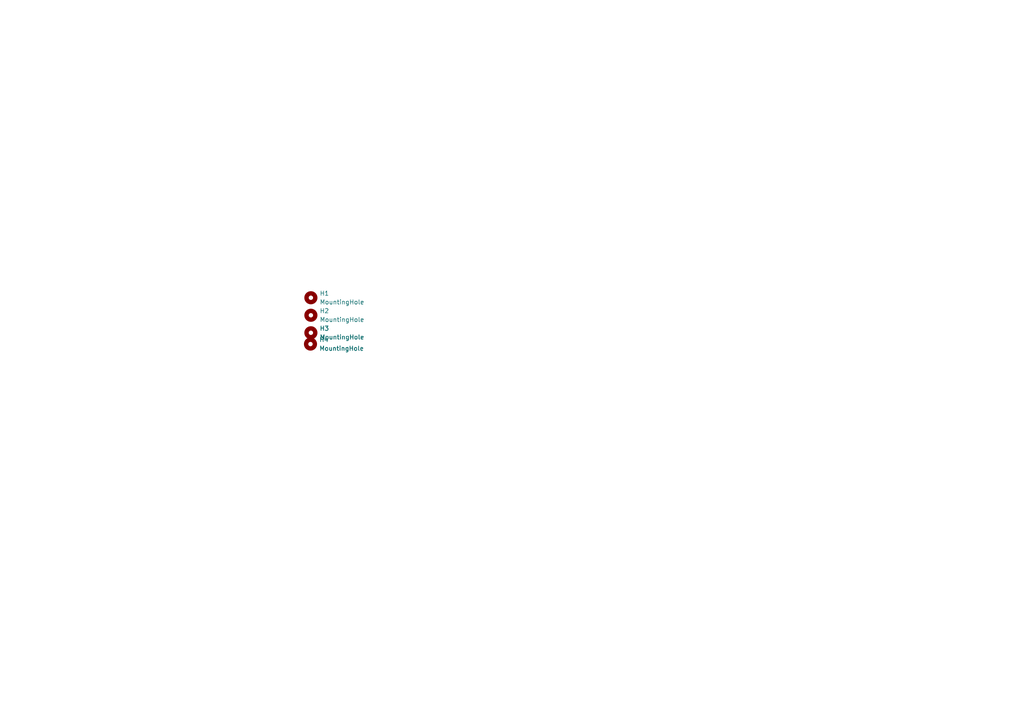
<source format=kicad_sch>
(kicad_sch (version 20230121) (generator eeschema)
  (paper "A4")
  (lib_symbols
    (symbol "Mechanical:MountingHole" (pin_names (offset 1.016))
      (property "Reference" "H" (at 0 5.08 0))
      (property "Value" "MountingHole" (at 0 3.175 0))
      (symbol "MountingHole_0_1"
        (circle (center 0 0) (radius 1.27) (stroke (width 1.27)))
      )
    )
  )
  (symbol (lib_id "Mechanical:MountingHole") (at 90.17 86.36 0) (unit 1)
    (property "Reference" "H1" (at 92.71 85.09 0) (effects (justify left)))
    (property "Value" "MountingHole" (at 92.71 87.63 0) (effects (justify left)))
    (property "Footprint" "0_Library:MountingHole_7.14mm" (effects hide))
  )
  (symbol (lib_id "Mechanical:MountingHole") (at 90.17 91.44 0) (unit 1)
    (property "Reference" "H2" (at 92.71 90.17 0) (effects (justify left)))
    (property "Value" "MountingHole" (at 92.71 92.71 0) (effects (justify left)))
    (property "Footprint" "0_Library:MountingHole_7.14mm" (effects hide))
  )
  (symbol (lib_id "Mechanical:MountingHole") (at 90.17 96.52 0) (unit 1)
    (property "Reference" "H3" (at 92.71 95.25 0) (effects (justify left)))
    (property "Value" "MountingHole" (at 92.71 97.79 0) (effects (justify left)))
    (property "Footprint" "0_Library:MountingHole_7.14mm" (effects hide))
  )
  (symbol (lib_id "Mechanical:MountingHole") (at 90.0539 99.7949 0) (unit 1)
    (property "Reference" "H4" (at 92.5939 98.5249 0) (effects (justify left)))
    (property "Value" "MountingHole" (at 92.5939 101.0649 0) (effects (justify left)))
    (property "Footprint" "0_Library:MountingHole_7.14mm" (effects hide))
  )
)
</source>
